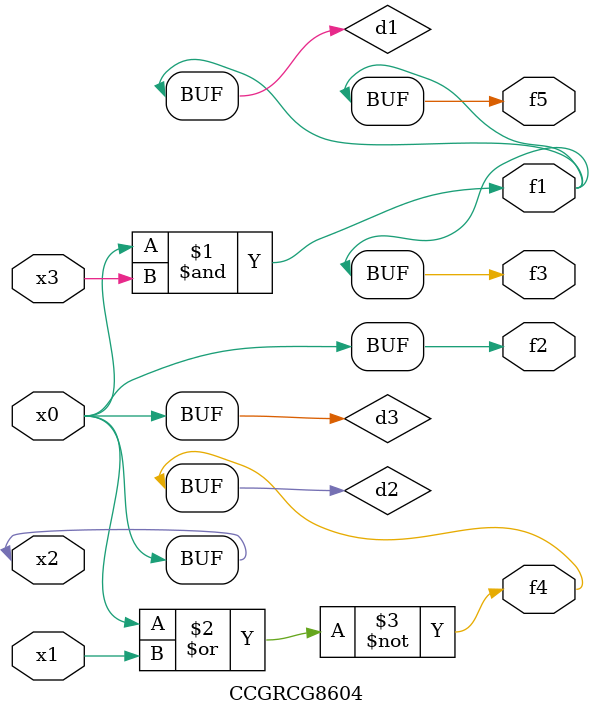
<source format=v>
module CCGRCG8604(
	input x0, x1, x2, x3,
	output f1, f2, f3, f4, f5
);

	wire d1, d2, d3;

	and (d1, x2, x3);
	nor (d2, x0, x1);
	buf (d3, x0, x2);
	assign f1 = d1;
	assign f2 = d3;
	assign f3 = d1;
	assign f4 = d2;
	assign f5 = d1;
endmodule

</source>
